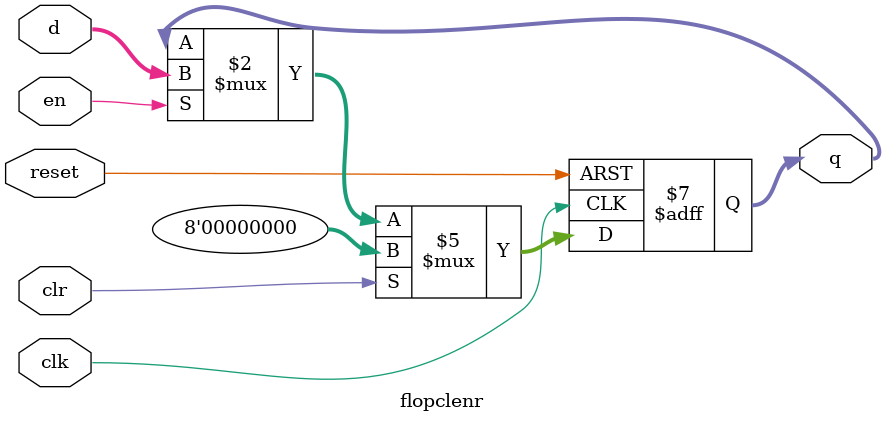
<source format=sv>
/*
 * This module is the Flip Flop con Reset and Enable component
 */ 
module flopclenr #(parameter WIDTH = 8)
		 (input logic clk, reset, en, clr,
		  input logic [WIDTH-1:0] d,
		  output logic [WIDTH-1:0] q);
	always_ff @(posedge clk, posedge reset)
		if (reset) 
			q <= 0;
		else begin
			if (clr) q <= 0;
			else if (en)	q <= d;
		end
		
endmodule
</source>
